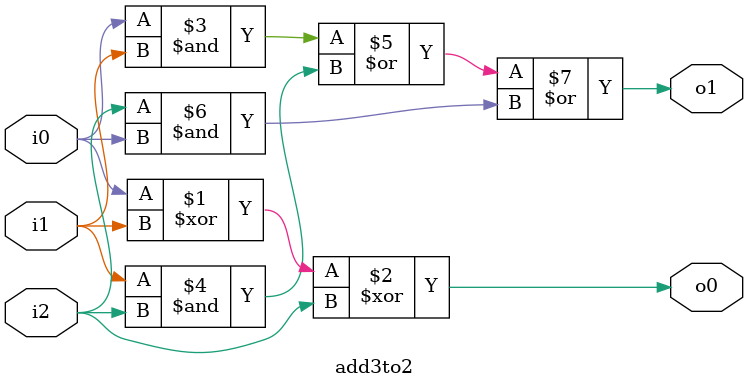
<source format=sv>
`timescale 1ns / 1ps

/*
    Carry Save Adder
    o0:SUM
    o1:CARRY >> 1

    hence: RES = o0 + (o1 << 1)
*/

module add3to2
#(parameter integer WIDTH = 1)
(
    input [WIDTH-1:0] i0,
    input [WIDTH-1:0] i1,
    input [WIDTH-1:0] i2,
    output [WIDTH-1:0] o0,
    output [WIDTH-1:0] o1
);

assign o0 = i0 ^ i1 ^ i2;
assign o1 = (i0 & i1) | (i1 & i2) | (i2 & i0);

endmodule

</source>
